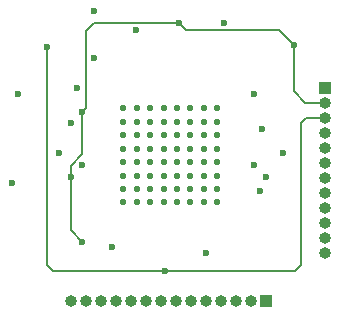
<source format=gbl>
G04 #@! TF.GenerationSoftware,KiCad,Pcbnew,(5.1.6)-1*
G04 #@! TF.CreationDate,2021-01-19T17:49:51-08:00*
G04 #@! TF.ProjectId,scum3c-devboard,7363756d-3363-42d6-9465-76626f617264,rev?*
G04 #@! TF.SameCoordinates,Original*
G04 #@! TF.FileFunction,Copper,L4,Bot*
G04 #@! TF.FilePolarity,Positive*
%FSLAX46Y46*%
G04 Gerber Fmt 4.6, Leading zero omitted, Abs format (unit mm)*
G04 Created by KiCad (PCBNEW (5.1.6)-1) date 2021-01-19 17:49:51*
%MOMM*%
%LPD*%
G01*
G04 APERTURE LIST*
G04 #@! TA.AperFunction,ComponentPad*
%ADD10O,1.000000X1.000000*%
G04 #@! TD*
G04 #@! TA.AperFunction,ComponentPad*
%ADD11R,1.000000X1.000000*%
G04 #@! TD*
G04 #@! TA.AperFunction,ComponentPad*
%ADD12C,0.568750*%
G04 #@! TD*
G04 #@! TA.AperFunction,ViaPad*
%ADD13C,0.600000*%
G04 #@! TD*
G04 #@! TA.AperFunction,Conductor*
%ADD14C,0.200000*%
G04 #@! TD*
G04 APERTURE END LIST*
D10*
G04 #@! TO.P,JB1,12*
G04 #@! TO.N,/RsTx*
X115500000Y-101470000D03*
G04 #@! TO.P,JB1,11*
G04 #@! TO.N,/RsRx*
X115500000Y-100200000D03*
G04 #@! TO.P,JB1,10*
G04 #@! TO.N,/3WB_CLK*
X115500000Y-98930000D03*
G04 #@! TO.P,JB1,9*
G04 #@! TO.N,/3WB_ENB*
X115500000Y-97660000D03*
G04 #@! TO.P,JB1,8*
G04 #@! TO.N,/3WB_DATA*
X115500000Y-96390000D03*
G04 #@! TO.P,JB1,7*
G04 #@! TO.N,/SENSOR_LDO_OUTPUT*
X115500000Y-95120000D03*
G04 #@! TO.P,JB1,6*
G04 #@! TO.N,/SENSOR_EXT_IN*
X115500000Y-93850000D03*
G04 #@! TO.P,JB1,5*
G04 #@! TO.N,/BOOT_SOURCE_SEL*
X115500000Y-92580000D03*
G04 #@! TO.P,JB1,4*
G04 #@! TO.N,+VDDD*
X115500000Y-91310000D03*
G04 #@! TO.P,JB1,3*
G04 #@! TO.N,+VDDIO*
X115500000Y-90040000D03*
G04 #@! TO.P,JB1,2*
G04 #@! TO.N,+VBAT*
X115500000Y-88770000D03*
D11*
G04 #@! TO.P,JB1,1*
G04 #@! TO.N,GND*
X115500000Y-87500000D03*
G04 #@! TD*
D10*
G04 #@! TO.P,JA1,14*
G04 #@! TO.N,/GPIO0*
X93990000Y-105500000D03*
G04 #@! TO.P,JA1,13*
G04 #@! TO.N,/GPIO1*
X95260000Y-105500000D03*
G04 #@! TO.P,JA1,12*
G04 #@! TO.N,/GPIO2*
X96530000Y-105500000D03*
G04 #@! TO.P,JA1,11*
G04 #@! TO.N,/GPIO3*
X97800000Y-105500000D03*
G04 #@! TO.P,JA1,10*
G04 #@! TO.N,/GPIO4*
X99070000Y-105500000D03*
G04 #@! TO.P,JA1,9*
G04 #@! TO.N,/GPIO5*
X100340000Y-105500000D03*
G04 #@! TO.P,JA1,8*
G04 #@! TO.N,/GPIO6*
X101610000Y-105500000D03*
G04 #@! TO.P,JA1,7*
G04 #@! TO.N,/GPIO7*
X102880000Y-105500000D03*
G04 #@! TO.P,JA1,6*
G04 #@! TO.N,/GPIO8*
X104150000Y-105500000D03*
G04 #@! TO.P,JA1,5*
G04 #@! TO.N,/GPIO9*
X105420000Y-105500000D03*
G04 #@! TO.P,JA1,4*
G04 #@! TO.N,/GPIO10*
X106690000Y-105500000D03*
G04 #@! TO.P,JA1,3*
G04 #@! TO.N,GND*
X107960000Y-105500000D03*
G04 #@! TO.P,JA1,2*
X109230000Y-105500000D03*
D11*
G04 #@! TO.P,JA1,1*
X110500000Y-105500000D03*
G04 #@! TD*
D12*
G04 #@! TO.P,U8,101*
G04 #@! TO.N,GND*
X106412500Y-97187500D03*
X106412500Y-96050000D03*
X106412500Y-94912500D03*
X106412500Y-93775000D03*
X106412500Y-92637500D03*
X106412500Y-91500000D03*
X106412500Y-90362500D03*
X106412500Y-89225000D03*
X105275000Y-97187500D03*
X105275000Y-96050000D03*
X105275000Y-94912500D03*
X105275000Y-93775000D03*
X105275000Y-92637500D03*
X105275000Y-91500000D03*
X105275000Y-90362500D03*
X105275000Y-89225000D03*
X104137500Y-97187500D03*
X104137500Y-96050000D03*
X104137500Y-94912500D03*
X104137500Y-93775000D03*
X104137500Y-92637500D03*
X104137500Y-91500000D03*
X104137500Y-90362500D03*
X104137500Y-89225000D03*
X103000000Y-97187500D03*
X103000000Y-96050000D03*
X103000000Y-94912500D03*
X103000000Y-93775000D03*
X103000000Y-92637500D03*
X103000000Y-91500000D03*
X103000000Y-90362500D03*
X103000000Y-89225000D03*
X101862500Y-97187500D03*
X101862500Y-96050000D03*
X101862500Y-94912500D03*
X101862500Y-93775000D03*
X101862500Y-92637500D03*
X101862500Y-91500000D03*
X101862500Y-90362500D03*
X101862500Y-89225000D03*
X100725000Y-97187500D03*
X100725000Y-96050000D03*
X100725000Y-94912500D03*
X100725000Y-93775000D03*
X100725000Y-92637500D03*
X100725000Y-91500000D03*
X100725000Y-90362500D03*
X100725000Y-89225000D03*
X99587500Y-97187500D03*
X99587500Y-96050000D03*
X99587500Y-94912500D03*
X99587500Y-93775000D03*
X99587500Y-92637500D03*
X99587500Y-91500000D03*
X99587500Y-90362500D03*
X99587500Y-89225000D03*
X98450000Y-97187500D03*
X98450000Y-96050000D03*
X98450000Y-94912500D03*
X98450000Y-93775000D03*
X98450000Y-92637500D03*
X98450000Y-91500000D03*
X98450000Y-90362500D03*
X98450000Y-89225000D03*
G04 #@! TD*
D13*
G04 #@! TO.N,GND*
X93000000Y-93000000D03*
X97500000Y-101000000D03*
X105500000Y-101500000D03*
X110000000Y-96206250D03*
X95000000Y-94000000D03*
X94500000Y-87500000D03*
X94000000Y-90500000D03*
X89500000Y-88000000D03*
X107000000Y-82000000D03*
X96000000Y-85000000D03*
X89000000Y-95500000D03*
X96000000Y-81000000D03*
X110200000Y-91000000D03*
X112000000Y-93000000D03*
X110500000Y-95000000D03*
G04 #@! TO.N,+VBAT*
X95000000Y-100500000D03*
X95000000Y-89500000D03*
X94000000Y-95000000D03*
X103150000Y-82000000D03*
X112899999Y-83899999D03*
G04 #@! TO.N,+VDDD*
X99500000Y-82600000D03*
X109500000Y-88000000D03*
G04 #@! TO.N,+VDDIO*
X102000000Y-103000000D03*
X92000000Y-84000000D03*
G04 #@! TO.N,/BOOT_SOURCE_SEL*
X109500000Y-94000000D03*
G04 #@! TD*
D14*
G04 #@! TO.N,+VBAT*
X94000000Y-94111998D02*
X94000000Y-95000000D01*
X95000000Y-89500000D02*
X95000000Y-93111998D01*
X95000000Y-93111998D02*
X94000000Y-94111998D01*
X94000000Y-99500000D02*
X95000000Y-100500000D01*
X94000000Y-95000000D02*
X94000000Y-99500000D01*
X95299999Y-89200001D02*
X95299999Y-82700001D01*
X95000000Y-89500000D02*
X95299999Y-89200001D01*
X95299999Y-82700001D02*
X96000000Y-82000000D01*
X96000000Y-82000000D02*
X103150000Y-82000000D01*
X103750001Y-82600001D02*
X111600001Y-82600001D01*
X103150000Y-82000000D02*
X103750001Y-82600001D01*
X111600001Y-82600001D02*
X112899999Y-83899999D01*
X113881998Y-88770000D02*
X115500000Y-88770000D01*
X112899999Y-87788001D02*
X113881998Y-88770000D01*
X112899999Y-83899999D02*
X112899999Y-87788001D01*
G04 #@! TO.N,+VDDIO*
X115500000Y-90040000D02*
X113960000Y-90040000D01*
X113960000Y-90040000D02*
X113500000Y-90500000D01*
X113500000Y-90500000D02*
X113500000Y-102500000D01*
X113000000Y-103000000D02*
X102000000Y-103000000D01*
X113500000Y-102500000D02*
X113000000Y-103000000D01*
X92000000Y-84000000D02*
X92000000Y-102500000D01*
X92500000Y-103000000D02*
X102000000Y-103000000D01*
X92000000Y-102500000D02*
X92500000Y-103000000D01*
G04 #@! TD*
M02*

</source>
